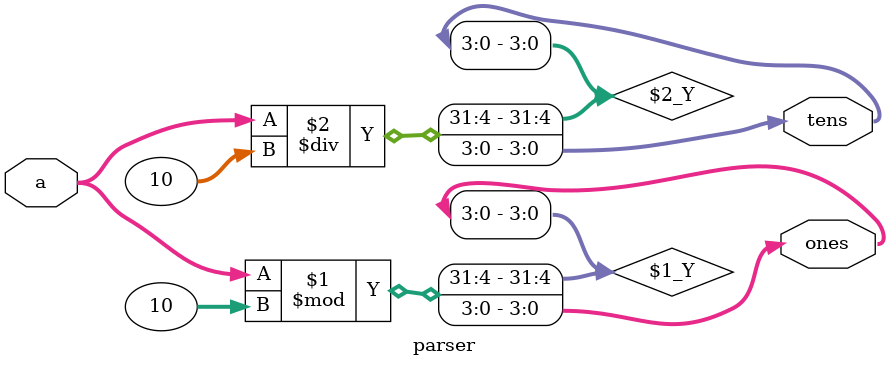
<source format=sv>
module parser #(parameter N = 8)
					(input logic [N-1: 0] a,
					output logic [3:0] ones, tens);

					assign ones = a%10;
					assign tens = a/10;
					
endmodule 

				
</source>
